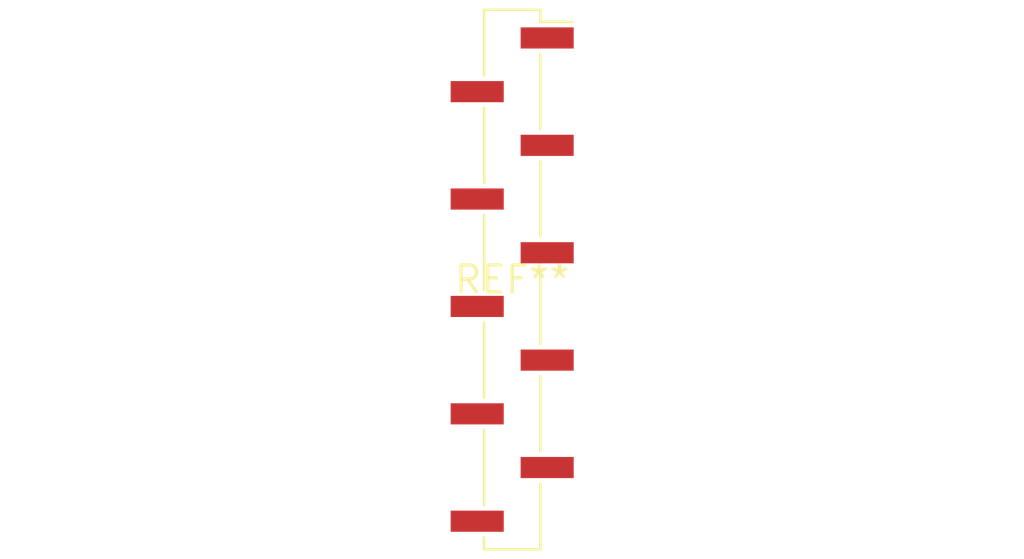
<source format=kicad_pcb>
(kicad_pcb (version 20240108) (generator pcbnew)
  (layers (0 "F.Cu" signal) (31 "B.Cu" signal) (34 "B.Paste" user) (35 "F.Paste" user) (36 "B.SilkS" user "B.Silkscreen") (37 "F.SilkS" user "F.Silkscreen") (38 "B.Mask" user) (39 "F.Mask" user) (44 "Edge.Cuts" user))
  (net 0 "")
  (footprint "PinHeader_1x10_P2.54mm_Vertical_SMD_Pin1Right" (layer "F.Cu") (at 0 0)
    (property "Reference" "REF**")
    (property "Value" "PinHeader_1x10_P2.54mm_Vertical_SMD_Pin1Right")
    (fp_line (start -1.33 -12.76) (end -1.33 -9.65) (layer "F.SilkS") (stroke (width 0.12)))
    (fp_line (start -1.33 -12.76) (end 1.33 -12.76) (layer "F.SilkS") (stroke (width 0.12)))
    (fp_line (start -1.33 -8.13) (end -1.33 -4.57) (layer "F.SilkS") (stroke (width 0.12)))
    (fp_line (start -1.33 -3.05) (end -1.33 0.51) (layer "F.SilkS") (stroke (width 0.12)))
    (fp_line (start -1.33 2.03) (end -1.33 5.59) (layer "F.SilkS") (stroke (width 0.12)))
    (fp_line (start -1.33 7.11) (end -1.33 10.67) (layer "F.SilkS") (stroke (width 0.12)))
    (fp_line (start -1.33 12.19) (end -1.33 12.76) (layer "F.SilkS") (stroke (width 0.12)))
    (fp_line (start -1.33 12.76) (end 1.33 12.76) (layer "F.SilkS") (stroke (width 0.12)))
    (fp_line (start 1.33 -12.76) (end 1.33 -12.19) (layer "F.SilkS") (stroke (width 0.12)))
    (fp_line (start 1.33 -12.19) (end 2.85 -12.19) (layer "F.SilkS") (stroke (width 0.12)))
    (fp_line (start 1.33 -10.67) (end 1.33 -7.11) (layer "F.SilkS") (stroke (width 0.12)))
    (fp_line (start 1.33 -5.59) (end 1.33 -2.03) (layer "F.SilkS") (stroke (width 0.12)))
    (fp_line (start 1.33 -0.51) (end 1.33 3.05) (layer "F.SilkS") (stroke (width 0.12)))
    (fp_line (start 1.33 4.57) (end 1.33 8.13) (layer "F.SilkS") (stroke (width 0.12)))
    (fp_line (start 1.33 9.65) (end 1.33 12.76) (layer "F.SilkS") (stroke (width 0.12)))
    (pad "1" smd rect (at 1.655 -11.43) (size 2.51 1) (layers "F.Cu" "F.Paste" "F.Mask"))
    (pad "2" smd rect (at -1.655 -8.89) (size 2.51 1) (layers "F.Cu" "F.Paste" "F.Mask"))
    (pad "3" smd rect (at 1.655 -6.35) (size 2.51 1) (layers "F.Cu" "F.Paste" "F.Mask"))
    (pad "4" smd rect (at -1.655 -3.81) (size 2.51 1) (layers "F.Cu" "F.Paste" "F.Mask"))
    (pad "5" smd rect (at 1.655 -1.27) (size 2.51 1) (layers "F.Cu" "F.Paste" "F.Mask"))
    (pad "6" smd rect (at -1.655 1.27) (size 2.51 1) (layers "F.Cu" "F.Paste" "F.Mask"))
    (pad "7" smd rect (at 1.655 3.81) (size 2.51 1) (layers "F.Cu" "F.Paste" "F.Mask"))
    (pad "8" smd rect (at -1.655 6.35) (size 2.51 1) (layers "F.Cu" "F.Paste" "F.Mask"))
    (pad "9" smd rect (at 1.655 8.89) (size 2.51 1) (layers "F.Cu" "F.Paste" "F.Mask"))
    (pad "10" smd rect (at -1.655 11.43) (size 2.51 1) (layers "F.Cu" "F.Paste" "F.Mask"))
  )
)
</source>
